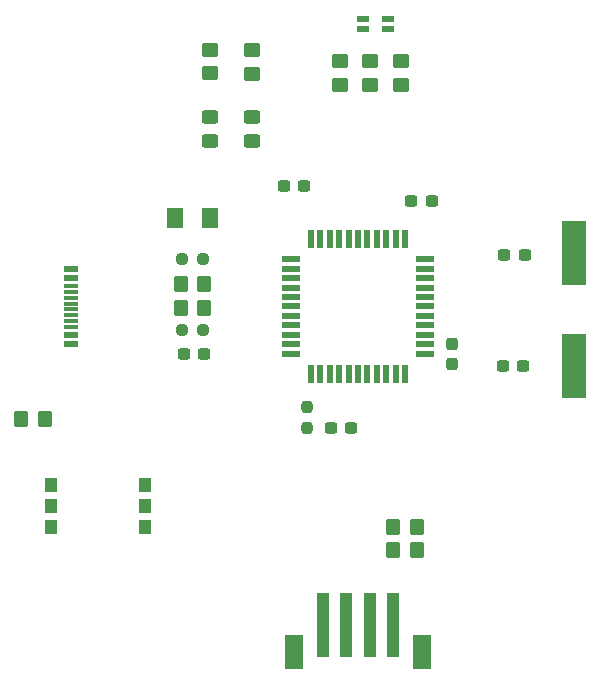
<source format=gbr>
%TF.GenerationSoftware,KiCad,Pcbnew,7.0.6-7.0.6~ubuntu20.04.1*%
%TF.CreationDate,2023-07-18T17:21:29-05:00*%
%TF.ProjectId,basic_microcontroller,62617369-635f-46d6-9963-726f636f6e74,rev?*%
%TF.SameCoordinates,Original*%
%TF.FileFunction,Paste,Top*%
%TF.FilePolarity,Positive*%
%FSLAX46Y46*%
G04 Gerber Fmt 4.6, Leading zero omitted, Abs format (unit mm)*
G04 Created by KiCad (PCBNEW 7.0.6-7.0.6~ubuntu20.04.1) date 2023-07-18 17:21:29*
%MOMM*%
%LPD*%
G01*
G04 APERTURE LIST*
G04 Aperture macros list*
%AMRoundRect*
0 Rectangle with rounded corners*
0 $1 Rounding radius*
0 $2 $3 $4 $5 $6 $7 $8 $9 X,Y pos of 4 corners*
0 Add a 4 corners polygon primitive as box body*
4,1,4,$2,$3,$4,$5,$6,$7,$8,$9,$2,$3,0*
0 Add four circle primitives for the rounded corners*
1,1,$1+$1,$2,$3*
1,1,$1+$1,$4,$5*
1,1,$1+$1,$6,$7*
1,1,$1+$1,$8,$9*
0 Add four rect primitives between the rounded corners*
20,1,$1+$1,$2,$3,$4,$5,0*
20,1,$1+$1,$4,$5,$6,$7,0*
20,1,$1+$1,$6,$7,$8,$9,0*
20,1,$1+$1,$8,$9,$2,$3,0*%
G04 Aperture macros list end*
%ADD10RoundRect,0.237500X0.237500X-0.250000X0.237500X0.250000X-0.237500X0.250000X-0.237500X-0.250000X0*%
%ADD11RoundRect,0.237500X0.300000X0.237500X-0.300000X0.237500X-0.300000X-0.237500X0.300000X-0.237500X0*%
%ADD12RoundRect,0.237500X-0.250000X-0.237500X0.250000X-0.237500X0.250000X0.237500X-0.250000X0.237500X0*%
%ADD13RoundRect,0.250001X0.462499X0.624999X-0.462499X0.624999X-0.462499X-0.624999X0.462499X-0.624999X0*%
%ADD14RoundRect,0.250000X0.450000X-0.350000X0.450000X0.350000X-0.450000X0.350000X-0.450000X-0.350000X0*%
%ADD15R,1.000000X1.300000*%
%ADD16RoundRect,0.250000X-0.350000X-0.450000X0.350000X-0.450000X0.350000X0.450000X-0.350000X0.450000X0*%
%ADD17R,1.000000X0.500000*%
%ADD18RoundRect,0.250000X-0.450000X0.325000X-0.450000X-0.325000X0.450000X-0.325000X0.450000X0.325000X0*%
%ADD19RoundRect,0.237500X-0.300000X-0.237500X0.300000X-0.237500X0.300000X0.237500X-0.300000X0.237500X0*%
%ADD20R,1.250000X0.600000*%
%ADD21R,1.250000X0.300000*%
%ADD22R,2.000000X5.500000*%
%ADD23R,1.500000X0.550000*%
%ADD24R,0.550000X1.500000*%
%ADD25R,1.000000X5.500000*%
%ADD26R,1.600000X3.000000*%
%ADD27RoundRect,0.237500X0.237500X-0.300000X0.237500X0.300000X-0.237500X0.300000X-0.237500X-0.300000X0*%
%ADD28RoundRect,0.250000X0.350000X0.450000X-0.350000X0.450000X-0.350000X-0.450000X0.350000X-0.450000X0*%
G04 APERTURE END LIST*
D10*
%TO.C,R3*%
X145700000Y-110312500D03*
X145700000Y-108487500D03*
%TD*%
D11*
%TO.C,C8*%
X145425000Y-89800000D03*
X143700000Y-89800000D03*
%TD*%
D12*
%TO.C,R6*%
X135087500Y-102000000D03*
X136912500Y-102000000D03*
%TD*%
%TO.C,R5*%
X135087500Y-96000000D03*
X136912500Y-96000000D03*
%TD*%
D13*
%TO.C,F1*%
X137487500Y-92500000D03*
X134512500Y-92500000D03*
%TD*%
D14*
%TO.C,R35*%
X148500000Y-81250000D03*
X148500000Y-79250000D03*
%TD*%
D15*
%TO.C,S1*%
X124000000Y-115100000D03*
X124000000Y-116900000D03*
X124000000Y-118700000D03*
X132000000Y-115100000D03*
X132000000Y-116900000D03*
X132000000Y-118700000D03*
%TD*%
D16*
%TO.C,R1*%
X135000000Y-100100000D03*
X137000000Y-100100000D03*
%TD*%
%TO.C,R37*%
X153000000Y-118700000D03*
X155000000Y-118700000D03*
%TD*%
D17*
%TO.C,D27*%
X150400000Y-75700000D03*
X152500000Y-75700000D03*
X150400000Y-76500000D03*
X152500000Y-76500000D03*
%TD*%
D18*
%TO.C,D28*%
X137500000Y-83925000D03*
X137500000Y-85975000D03*
%TD*%
D16*
%TO.C,R36*%
X153000000Y-120600000D03*
X155000000Y-120600000D03*
%TD*%
D19*
%TO.C,C2*%
X162375000Y-95600000D03*
X164100000Y-95600000D03*
%TD*%
%TO.C,C3*%
X135275000Y-104000000D03*
X137000000Y-104000000D03*
%TD*%
D20*
%TO.C,J1*%
X125675000Y-96800000D03*
X125675000Y-97600000D03*
D21*
X125675000Y-98750000D03*
X125675000Y-99750000D03*
X125675000Y-100250000D03*
X125675000Y-101250000D03*
D20*
X125675000Y-102400000D03*
X125675000Y-103200000D03*
D21*
X125675000Y-101750000D03*
X125675000Y-100750000D03*
X125675000Y-99250000D03*
X125675000Y-98250000D03*
%TD*%
D14*
%TO.C,R34*%
X153600000Y-81250000D03*
X153600000Y-79250000D03*
%TD*%
D19*
%TO.C,C1*%
X162275000Y-105000000D03*
X164000000Y-105000000D03*
%TD*%
D22*
%TO.C,Y1*%
X168300000Y-95500000D03*
X168300000Y-105000000D03*
%TD*%
D14*
%TO.C,R38*%
X137500000Y-80250000D03*
X137500000Y-78250000D03*
%TD*%
D23*
%TO.C,U1*%
X144300000Y-96000000D03*
X144300000Y-96800000D03*
X144300000Y-97600000D03*
X144300000Y-98400000D03*
X144300000Y-99200000D03*
X144300000Y-100000000D03*
X144300000Y-100800000D03*
X144300000Y-101600000D03*
X144300000Y-102400000D03*
X144300000Y-103200000D03*
X144300000Y-104000000D03*
D24*
X146000000Y-105700000D03*
X146800000Y-105700000D03*
X147600000Y-105700000D03*
X148400000Y-105700000D03*
X149200000Y-105700000D03*
X150000000Y-105700000D03*
X150800000Y-105700000D03*
X151600000Y-105700000D03*
X152400000Y-105700000D03*
X153200000Y-105700000D03*
X154000000Y-105700000D03*
D23*
X155700000Y-104000000D03*
X155700000Y-103200000D03*
X155700000Y-102400000D03*
X155700000Y-101600000D03*
X155700000Y-100800000D03*
X155700000Y-100000000D03*
X155700000Y-99200000D03*
X155700000Y-98400000D03*
X155700000Y-97600000D03*
X155700000Y-96800000D03*
X155700000Y-96000000D03*
D24*
X154000000Y-94300000D03*
X153200000Y-94300000D03*
X152400000Y-94300000D03*
X151600000Y-94300000D03*
X150800000Y-94300000D03*
X150000000Y-94300000D03*
X149200000Y-94300000D03*
X148400000Y-94300000D03*
X147600000Y-94300000D03*
X146800000Y-94300000D03*
X146000000Y-94300000D03*
%TD*%
D25*
%TO.C,C6*%
X153000000Y-127000000D03*
X151000000Y-127000000D03*
X149000000Y-127000000D03*
X147000000Y-127000000D03*
D26*
X155400000Y-129250000D03*
X144600000Y-129250000D03*
%TD*%
D19*
%TO.C,C7*%
X154500000Y-91100000D03*
X156225000Y-91100000D03*
%TD*%
D14*
%TO.C,R7*%
X141000000Y-80300000D03*
X141000000Y-78300000D03*
%TD*%
D11*
%TO.C,C4*%
X149400000Y-110300000D03*
X147675000Y-110300000D03*
%TD*%
D14*
%TO.C,R33*%
X151000000Y-81250000D03*
X151000000Y-79250000D03*
%TD*%
D16*
%TO.C,R2*%
X135000000Y-98100000D03*
X137000000Y-98100000D03*
%TD*%
D18*
%TO.C,D1*%
X141000000Y-83975000D03*
X141000000Y-86025000D03*
%TD*%
D27*
%TO.C,C5*%
X158000000Y-104862500D03*
X158000000Y-103137500D03*
%TD*%
D28*
%TO.C,R4*%
X123500000Y-109500000D03*
X121500000Y-109500000D03*
%TD*%
M02*

</source>
